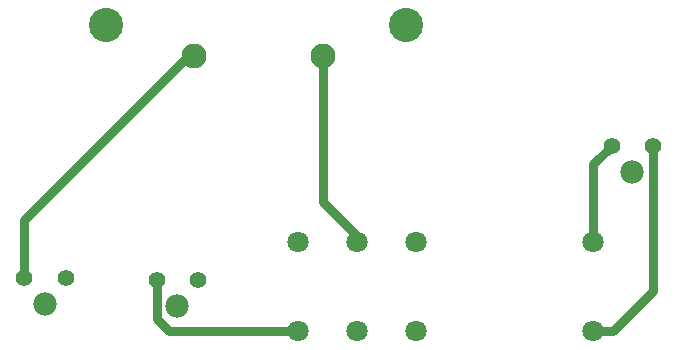
<source format=gbr>
G04 #@! TF.FileFunction,Copper,L1,Top,Signal*
%FSLAX46Y46*%
G04 Gerber Fmt 4.6, Leading zero omitted, Abs format (unit mm)*
G04 Created by KiCad (PCBNEW 4.0.7-e2-6376~58~ubuntu16.04.1) date Mon Apr 30 20:59:08 2018*
%MOMM*%
%LPD*%
G01*
G04 APERTURE LIST*
%ADD10C,0.100000*%
%ADD11C,1.397000*%
%ADD12C,1.981000*%
%ADD13C,1.800000*%
%ADD14C,2.120000*%
%ADD15C,2.900000*%
%ADD16C,0.762000*%
G04 APERTURE END LIST*
D10*
D11*
X140014900Y-101198800D03*
X136514900Y-101198800D03*
D12*
X138264900Y-103428800D03*
D13*
X153482000Y-105544000D03*
X153482000Y-98044000D03*
X158482000Y-98044000D03*
X173482000Y-98044000D03*
X173482000Y-105544000D03*
X158482000Y-105544000D03*
X148482000Y-98044000D03*
X148482000Y-105544000D03*
D11*
X128813500Y-101059100D03*
X125313500Y-101059100D03*
D12*
X127063500Y-103289100D03*
D11*
X178536600Y-89865200D03*
X175036600Y-89865200D03*
D12*
X176786600Y-92095200D03*
D14*
X139700000Y-82296000D03*
X150600000Y-82296000D03*
D15*
X132207000Y-79626000D03*
X157607000Y-79626000D03*
D16*
X125313500Y-101059100D02*
X125313500Y-96174500D01*
X125313500Y-96174500D02*
X139700000Y-81788000D01*
X150600000Y-81788000D02*
X150600000Y-94654000D01*
X150600000Y-94654000D02*
X153482000Y-97536000D01*
X173482000Y-105544000D02*
X175126000Y-105544000D01*
X178536600Y-102133400D02*
X178536600Y-89865200D01*
X175126000Y-105544000D02*
X178536600Y-102133400D01*
X173482000Y-98044000D02*
X173482000Y-91419800D01*
X173482000Y-91419800D02*
X175036600Y-89865200D01*
X136514900Y-101198800D02*
X136514900Y-104510900D01*
X137548000Y-105544000D02*
X148482000Y-105544000D01*
X136514900Y-104510900D02*
X137548000Y-105544000D01*
M02*

</source>
